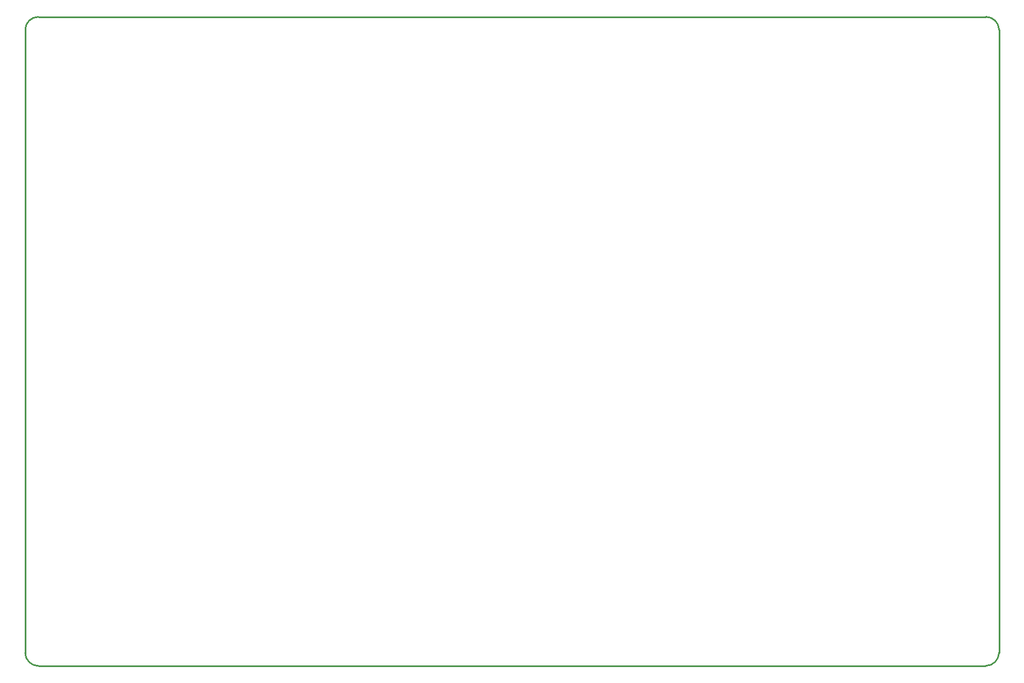
<source format=gm1>
G04 Layer_Color=16711935*
%FSLAX25Y25*%
%MOIN*%
G70*
G01*
G75*
%ADD33C,0.01000*%
D33*
X582616Y-60D02*
G03*
X590561Y7885I-115J8060D01*
G01*
X590561Y385876D02*
G03*
X582801Y393636I-7872J-112D01*
G01*
X7774Y393610D02*
G03*
X40Y385876I112J-7846D01*
G01*
X-5Y7786D02*
G03*
X7886Y-105I8005J114D01*
G01*
X7886Y-12D02*
X582500D01*
X7886Y393610D02*
X582688D01*
X590561Y8000D02*
Y385740D01*
X10Y7786D02*
Y385764D01*
M02*

</source>
